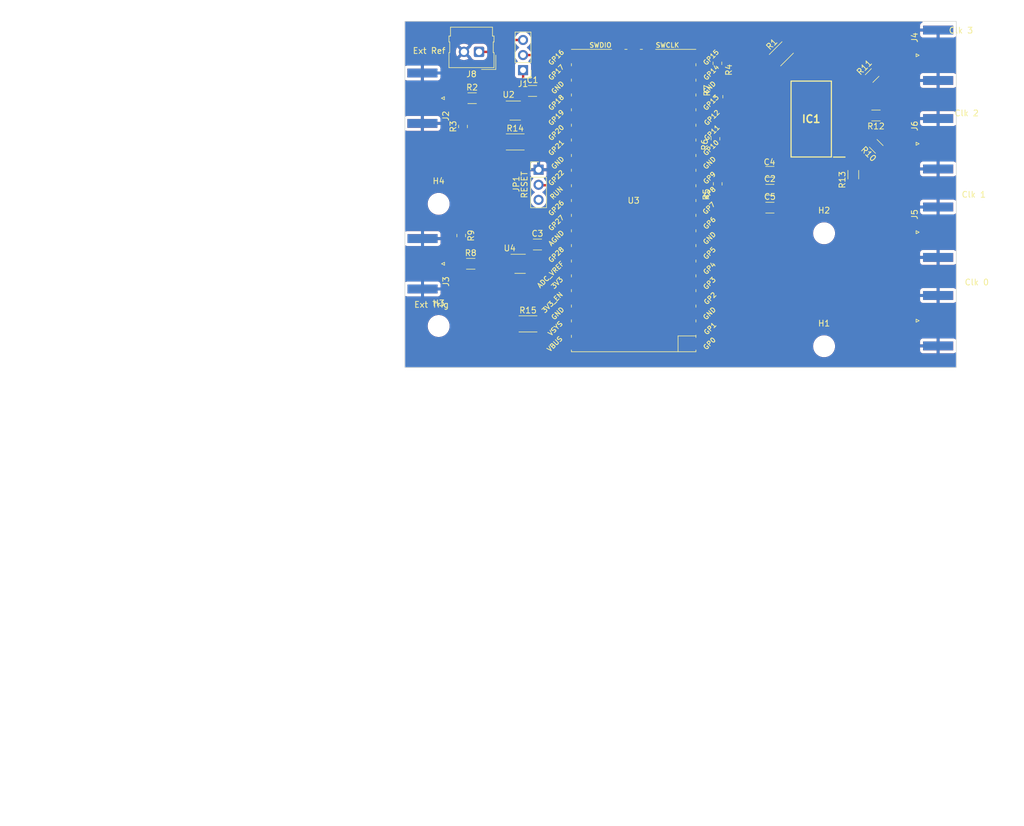
<source format=kicad_pcb>
(kicad_pcb (version 20221018) (generator pcbnew)
  (layers (0 "F.Cu" signal) (31 "B.Cu" signal) (34 "B.Paste" user) (35 "F.Paste" user) (36 "B.SilkS" user "B.Silkscreen") (37 "F.SilkS" user "F.Silkscreen") (38 "B.Mask" user) (39 "F.Mask" user) (44 "Edge.Cuts" user))
  (net 0 "")
  (net 1 "3_3V_Pico")
  (net 2 "GND")
  (net 3 "Net-(IC1-B0)")
  (net 4 "Net-(IC1-B2)")
  (net 5 "Net-(IC1-B4)")
  (net 6 "Net-(IC1-B6)")
  (net 7 "Net-(IC1-A6)")
  (net 8 "Net-(IC1-A4)")
  (net 9 "Net-(IC1-A2)")
  (net 10 "Net-(IC1-A0)")
  (net 11 "Net-(J2-In)")
  (net 12 "Net-(J3-In)")
  (net 13 "PC3")
  (net 14 "PC1")
  (net 15 "PC2")
  (net 16 "PC0")
  (net 18 "Net-(R2-Pad2)")
  (net 19 "Net-(R8-Pad2)")
  (net 21 "Net-(U3-GPIO20)")
  (net 46 "Net-(U3-GPIO0)")
  (net 49 "Net-(JP1-C)")
  (net 51 "Power Supply")
  (net 52 "EXT. PWR")
  (footprint "Connector_Coaxial:SMA_Amphenol_132289_EdgeMount" (layer "F.Cu") (at 176.9752 107.6444)
    (fp_text reference "J7" hide)
    (fp_text value "Pseudoclock 0")
    (pad "1" smd rect (at 0 0 90) (size 1.5 5.08) (layers "F.Cu" "F.Paste" "F.Mask") (net 16 "PC0"))
    (pad "2" smd rect (at 0 -4.25 90) (size 1.5 5.08) (layers "F.Cu" "F.Paste" "F.Mask") (net 2 "GND"))
    (pad "2" smd rect (at 0 -4.25 90) (size 1.5 5.08) (layers "B.Cu" "B.Paste" "B.Mask") (net 2 "GND"))
    (pad "2" smd rect (at 0 4.25 90) (size 1.5 5.08) (layers "F.Cu" "F.Paste" "F.Mask") (net 2 "GND"))
    (pad "2" smd rect (at 0 4.25 90) (size 1.5 5.08) (layers "B.Cu" "B.Paste" "B.Mask") (net 2 "GND"))
  )
  (footprint "Resistor_SMD:R_0805_2012Metric_Pad1.20x1.40mm_HandSolder" (layer "F.Cu") (at 96.5468 93.2888 -90)
    (fp_text reference "R9" (at 0 -1.65 90) (layer "F.SilkS"))
    (fp_text value "47k")
    (pad "1" smd roundrect (at -1 0 270) (size 1.2 1.4) (layers "F.Cu" "F.Paste" "F.Mask") (roundrect_rratio 0.2083333333) (net 2 "GND"))
    (pad "2" smd roundrect (at 1 0 270) (size 1.2 1.4) (layers "F.Cu" "F.Paste" "F.Mask") (roundrect_rratio 0.2083333333) (net 12 "Net-(J3-In)"))
  )
  (footprint "Resistor_SMD:R_2010_5025Metric_Pad1.40x2.65mm_HandSolder" (layer "F.Cu") (at 107.8082 108.1804)
    (fp_text reference "R15" (at 0 -2.28) (layer "F.SilkS"))
    (fp_text value "0")
    (pad "1" smd roundrect (at -2.4 0) (size 1.4 2.65) (layers "F.Cu" "F.Paste" "F.Mask") (roundrect_rratio 0.1785707143) (net 2 "GND"))
    (pad "2" smd roundrect (at 2.4 0) (size 1.4 2.65) (layers "F.Cu" "F.Paste" "F.Mask") (roundrect_rratio 0.1785707143) (net 2 "GND"))
  )
  (footprint "Capacitor_SMD:C_1206_3216Metric_Pad1.33x1.80mm_HandSolder" (layer "F.Cu") (at 148.6017 82.5434)
    (fp_text reference "C4" (at -0.061 -1.65) (layer "F.SilkS"))
    (fp_text value "100n")
    (pad "1" smd roundrect (at -1.5625 0) (size 1.325 1.8) (layers "F.Cu" "F.Paste" "F.Mask") (roundrect_rratio 0.1886792453) (net 2 "GND"))
    (pad "2" smd roundrect (at 1.5625 0) (size 1.325 1.8) (layers "F.Cu" "F.Paste" "F.Mask") (roundrect_rratio 0.1886792453) (net 51 "Power Supply"))
  )
  (footprint "Capacitor_SMD:C_1206_3216Metric_Pad1.33x1.80mm_HandSolder" (layer "F.Cu") (at 148.6017 88.5834)
    (fp_text reference "C5" (at 0 -1.85) (layer "F.SilkS"))
    (fp_text value "10uF")
    (pad "1" smd roundrect (at -1.5625 0) (size 1.325 1.8) (layers "F.Cu" "F.Paste" "F.Mask") (roundrect_rratio 0.1886792453) (net 2 "GND"))
    (pad "2" smd roundrect (at 1.5625 0) (size 1.325 1.8) (layers "F.Cu" "F.Paste" "F.Mask") (roundrect_rratio 0.1886792453) (net 51 "Power Supply"))
  )
  (footprint "Package_TO_SOT_SMD:SOT-23-5_HandSoldering" (layer "F.Cu") (at 106.4768 98.0488)
    (fp_text reference "U4" (at -1.75 -2.63) (layer "F.SilkS"))
    (fp_text value "74LVC1G17")
    (pad "1" smd rect (at -1.35 -0.95) (size 1.56 0.65) (layers "F.Cu" "F.Paste" "F.Mask"))
    (pad "2" smd rect (at -1.35 0) (size 1.56 0.65) (layers "F.Cu" "F.Paste" "F.Mask") (net 19 "Net-(R8-Pad2)"))
    (pad "3" smd rect (at -1.35 0.95) (size 1.56 0.65) (layers "F.Cu" "F.Paste" "F.Mask") (net 2 "GND"))
    (pad "4" smd rect (at 1.35 0.95) (size 1.56 0.65) (layers "F.Cu" "F.Paste" "F.Mask") (net 46 "Net-(U3-GPIO0)"))
    (pad "5" smd rect (at 1.35 -0.95) (size 1.56 0.65) (layers "F.Cu" "F.Paste" "F.Mask") (net 1 "3_3V_Pico"))
  )
  (footprint "Resistor_SMD:R_1206_3216Metric_Pad1.30x1.75mm_HandSolder" (layer "F.Cu") (at 165.842 66.2962 -135)
    (fp_text reference "R11" (at -0.035 1.895 45) (layer "F.SilkS"))
    (fp_text value "49.9")
    (pad "1" smd roundrect (at -1.55 0 225) (size 1.3 1.75) (layers "F.Cu" "F.Paste" "F.Mask") (roundrect_rratio 0.1923076923) (net 13 "PC3"))
    (pad "2" smd roundrect (at 1.55 0 225) (size 1.3 1.75) (layers "F.Cu" "F.Paste" "F.Mask") (roundrect_rratio 0.1923076923) (net 7 "Net-(IC1-A6)"))
  )
  (footprint "Connector_Coaxial:SMA_Amphenol_132289_EdgeMount" (layer "F.Cu") (at 90.02 98.0468 180)
    (fp_text reference "J3" (at -3.96 -3 90) (layer "F.SilkS"))
    (fp_text value "Ext. Trig.")
    (pad "1" smd rect (at 0 0 270) (size 1.5 5.08) (layers "F.Cu" "F.Paste" "F.Mask") (net 12 "Net-(J3-In)"))
    (pad "2" smd rect (at 0 -4.25 270) (size 1.5 5.08) (layers "F.Cu" "F.Paste" "F.Mask") (net 2 "GND"))
    (pad "2" smd rect (at 0 -4.25 270) (size 1.5 5.08) (layers "B.Cu" "B.Paste" "B.Mask") (net 2 "GND"))
    (pad "2" smd rect (at 0 4.25 270) (size 1.5 5.08) (layers "F.Cu" "F.Paste" "F.Mask") (net 2 "GND"))
    (pad "2" smd rect (at 0 4.25 270) (size 1.5 5.08) (layers "B.Cu" "B.Paste" "B.Mask") (net 2 "GND"))
  )
  (footprint "MountingHole:MountingHole_3.2mm_M3_ISO7380" (layer "F.Cu") (at 92.742 87.9412)
    (fp_text reference "H4" (at 0 -3.85) (layer "F.SilkS"))
    (fp_text value "MountingHole")
    (pad "" np_thru_hole circle (at 0 0) (size 3.2 3.2) (drill 3.2) (layers "*.Cu" "*.Mask"))
  )
  (footprint "Resistor_SMD:R_1206_3216Metric_Pad1.30x1.75mm_HandSolder" (layer "F.Cu") (at 98.15055 98.0468)
    (fp_text reference "R8" (at 0 -1.82) (layer "F.SilkS"))
    (fp_text value "500")
    (pad "1" smd roundrect (at -1.55 0) (size 1.3 1.75) (layers "F.Cu" "F.Paste" "F.Mask") (roundrect_rratio 0.1923076923) (net 12 "Net-(J3-In)"))
    (pad "2" smd roundrect (at 1.55 0) (size 1.3 1.75) (layers "F.Cu" "F.Paste" "F.Mask") (roundrect_rratio 0.1923076923) (net 19 "Net-(R8-Pad2)"))
  )
  (footprint "Resistor_SMD:R_2010_5025Metric_Pad1.40x2.65mm_HandSolder" (layer "F.Cu") (at 150.5312 62.6354 45)
    (fp_text reference "R1" (at 0 -2.28 45) (layer "F.SilkS"))
    (fp_text value "0")
    (pad "1" smd roundrect (at -2.4 0 45) (size 1.4 2.65) (layers "F.Cu" "F.Paste" "F.Mask") (roundrect_rratio 0.1785707143) (net 2 "GND"))
    (pad "2" smd roundrect (at 2.4 0 45) (size 1.4 2.65) (layers "F.Cu" "F.Paste" "F.Mask") (roundrect_rratio 0.1785707143) (net 2 "GND"))
  )
  (footprint "Resistor_SMD:R_0805_2012Metric_Pad1.20x1.40mm_HandSolder" (layer "F.Cu") (at 139.752 64.2362 -90)
    (fp_text reference "R4" (at 1.11 -1.93 90) (layer "F.SilkS"))
    (fp_text value "10k")
    (pad "1" smd roundrect (at -1 0 270) (size 1.2 1.4) (layers "F.Cu" "F.Paste" "F.Mask") (roundrect_rratio 0.2083333333) (net 6 "Net-(IC1-B6)"))
    (pad "2" smd roundrect (at 1 0 270) (size 1.2 1.4) (layers "F.Cu" "F.Paste" "F.Mask") (roundrect_rratio 0.2083333333) (net 2 "GND"))
  )
  (footprint "Capacitor_SMD:C_1206_3216Metric_Pad1.33x1.80mm_HandSolder" (layer "F.Cu") (at 148.6017 85.5634)
    (fp_text reference "C2" (at 0 -1.85) (layer "F.SilkS"))
    (fp_text value ".1uF")
    (pad "1" smd roundrect (at -1.5625 0) (size 1.325 1.8) (layers "F.Cu" "F.Paste" "F.Mask") (roundrect_rratio 0.1886792453) (net 2 "GND"))
    (pad "2" smd roundrect (at 1.5625 0) (size 1.325 1.8) (layers "F.Cu" "F.Paste" "F.Mask") (roundrect_rratio 0.1886792453) (net 51 "Power Supply"))
  )
  (footprint "Resistor_SMD:R_0805_2012Metric_Pad1.20x1.40mm_HandSolder" (layer "F.Cu") (at 139.422 76.9562 90)
    (fp_text reference "R6" (at -1 -1.81 90) (layer "F.SilkS"))
    (fp_text value "10k")
    (pad "1" smd roundrect (at -1 0 90) (size 1.2 1.4) (layers "F.Cu" "F.Paste" "F.Mask") (roundrect_rratio 0.2083333333) (net 2 "GND"))
    (pad "2" smd roundrect (at 1 0 90) (size 1.2 1.4) (layers "F.Cu" "F.Paste" "F.Mask") (roundrect_rratio 0.2083333333) (net 4 "Net-(IC1-B2)"))
  )
  (footprint "Connector_Coaxial:SMA_Amphenol_132289_EdgeMount" (layer "F.Cu") (at 176.9752 77.8044)
    (fp_text reference "J6" (at -3.96 -3 90) (layer "F.SilkS"))
    (fp_text value "Pseudoclock 2")
    (pad "1" smd rect (at 0 0 90) (size 1.5 5.08) (layers "F.Cu" "F.Paste" "F.Mask") (net 15 "PC2"))
    (pad "2" smd rect (at 0 -4.25 90) (size 1.5 5.08) (layers "F.Cu" "F.Paste" "F.Mask") (net 2 "GND"))
    (pad "2" smd rect (at 0 -4.25 90) (size 1.5 5.08) (layers "B.Cu" "B.Paste" "B.Mask") (net 2 "GND"))
    (pad "2" smd rect (at 0 4.25 90) (size 1.5 5.08) (layers "F.Cu" "F.Paste" "F.Mask") (net 2 "GND"))
    (pad "2" smd rect (at 0 4.25 90) (size 1.5 5.08) (layers "B.Cu" "B.Paste" "B.Mask") (net 2 "GND"))
  )
  (footprint "Resistor_SMD:R_1206_3216Metric_Pad1.30x1.75mm_HandSolder" (layer "F.Cu") (at 166.492 73.0362 180)
    (fp_text reference "R12" (at 0 -1.82) (layer "F.SilkS"))
    (fp_text value "49.9")
    (pad "1" smd roundrect (at -1.55 0 180) (size 1.3 1.75) (layers "F.Cu" "F.Paste" "F.Mask") (roundrect_rratio 0.1923076923) (net 15 "PC2"))
    (pad "2" smd roundrect (at 1.55 0 180) (size 1.3 1.75) (layers "F.Cu" "F.Paste" "F.Mask") (roundrect_rratio 0.1923076923) (net 8 "Net-(IC1-A4)"))
  )
  (footprint "Connector_Coaxial:SMA_Amphenol_132289_EdgeMount" (layer "F.Cu") (at 176.9752 62.8844)
    (fp_text reference "J4" (at -3.96 -3 90) (layer "F.SilkS"))
    (fp_text value "Pseudoclock 3")
    (pad "1" smd rect (at 0 0 90) (size 1.5 5.08) (layers "F.Cu" "F.Paste" "F.Mask") (net 13 "PC3"))
    (pad "2" smd rect (at 0 -4.25 90) (size 1.5 5.08) (layers "F.Cu" "F.Paste" "F.Mask") (net 2 "GND"))
    (pad "2" smd rect (at 0 -4.25 90) (size 1.5 5.08) (layers "B.Cu" "B.Paste" "B.Mask") (net 2 "GND"))
    (pad "2" smd rect (at 0 4.25 90) (size 1.5 5.08) (layers "F.Cu" "F.Paste" "F.Mask") (net 2 "GND"))
    (pad "2" smd rect (at 0 4.25 90) (size 1.5 5.08) (layers "B.Cu" "B.Paste" "B.Mask") (net 2 "GND"))
  )
  (footprint "Capacitor_SMD:C_1206_3216Metric_Pad1.33x1.80mm_HandSolder" (layer "F.Cu") (at 109.4022 94.7994)
    (fp_text reference "C3" (at 0 -1.85) (layer "F.SilkS"))
    (fp_text value "100n")
    (pad "1" smd roundrect (at -1.5625 0) (size 1.325 1.8) (layers "F.Cu" "F.Paste" "F.Mask") (roundrect_rratio 0.1886792453) (net 1 "3_3V_Pico"))
    (pad "2" smd roundrect (at 1.5625 0) (size 1.325 1.8) (layers "F.Cu" "F.Paste" "F.Mask") (roundrect_rratio 0.1886792453) (net 2 "GND"))
  )
  (footprint "Connector_PinHeader_2.54mm:PinHeader_1x03_P2.54mm_Vertical" (layer "F.Cu") (at 106.9702 65.3854 180)
    (fp_text reference "J1" (at 0 -2.33) (layer "F.SilkS"))
    (fp_text value "PWR SEL")
    (pad "1" thru_hole rect (at 0 0 180) (size 1.7 1.7) (drill 1) (layers "*.Cu" "*.Mask") (net 1 "3_3V_Pico"))
    (pad "2" thru_hole oval (at 0 2.54 180) (size 1.7 1.7) (drill 1) (layers "*.Cu" "*.Mask") (net 51 "Power Supply"))
    (pad "3" thru_hole oval (at 0 5.08 180) (size 1.7 1.7) (drill 1) (layers "*.Cu" "*.Mask") (net 52 "EXT. PWR"))
  )
  (footprint "MountingHole:MountingHole_3.2mm_M3_ISO7380" (layer "F.Cu") (at 157.742 111.9522)
    (fp_text reference "H1" (at 0 -3.85) (layer "F.SilkS"))
    (fp_text value "MountingHole")
    (pad "" np_thru_hole circle (at 0 0) (size 3.2 3.2) (drill 3.2) (layers "*.Cu" "*.Mask"))
  )
  (footprint "Connector_Coaxial:SMA_Amphenol_132289_EdgeMount" (layer "F.Cu") (at 89.9993 70.1228 180)
    (fp_text reference "J2" (at -3.96 -3 90) (layer "F.SilkS"))
    (fp_text value "Ext. Clock")
    (pad "1" smd rect (at 0 0 270) (size 1.5 5.08) (layers "F.Cu" "F.Paste" "F.Mask") (net 11 "Net-(J2-In)"))
    (pad "2" smd rect (at 0 -4.25 270) (size 1.5 5.08) (layers "F.Cu" "F.Paste" "F.Mask") (net 2 "GND"))
    (pad "2" smd rect (at 0 -4.25 270) (size 1.5 5.08) (layers "B.Cu" "B.Paste" "B.Mask") (net 2 "GND"))
    (pad "2" smd rect (at 0 4.25 270) (size 1.5 5.08) (layers "F.Cu" "F.Paste" "F.Mask") (net 2 "GND"))
    (pad "2" smd rect (at 0 4.25 270) (size 1.5 5.08) (layers "B.Cu" "B.Paste" "B.Mask") (net 2 "GND"))
  )
  (footprint "Resistor_SMD:R_0805_2012Metric_Pad1.20x1.40mm_HandSolder" (layer "F.Cu") (at 139.802 84.5662 90)
    (fp_text reference "R5" (at -1.78 -1.93 90) (layer "F.SilkS"))
    (fp_text value "10k")
    (pad "1" smd roundrect (at -1 0 90) (size 1.2 1.4) (layers "F.Cu" "F.Paste" "F.Mask") (roundrect_rratio 0.2083333333) (net 2 "GND"))
    (pad "2" smd roundrect (at 1 0 90) (size 1.2 1.4) (layers "F.Cu" "F.Paste" "F.Mask") (roundrect_rratio 0.2083333333) (net 3 "Net-(IC1-B0)"))
  )
  (footprint "MountingHole:MountingHole_3.2mm_M3_ISO7380" (layer "F.Cu") (at 157.742 92.9022)
    (fp_text reference "H2" (at 0 -3.85) (layer "F.SilkS"))
    (fp_text value "MountingHole")
    (pad "" np_thru_hole circle (at 0 0) (size 3.2 3.2) (drill 3.2) (layers "*.Cu" "*.Mask"))
  )
  (footprint "Resistor_SMD:R_0805_2012Metric_Pad1.20x1.40mm_HandSolder" (layer "F.Cu") (at 139.932 69.8662 90)
    (fp_text reference "R7" (at 1.04 -1.92 90) (layer "F.SilkS"))
    (fp_text value "10k")
    (pad "1" smd roundrect (at -1 0 90) (size 1.2 1.4) (layers "F.Cu" "F.Paste" "F.Mask") (roundrect_rratio 0.2083333333) (net 5 "Net-(IC1-B4)"))
    (pad "2" smd roundrect (at 1 0 90) (size 1.2 1.4) (layers "F.Cu" "F.Paste" "F.Mask") (roundrect_rratio 0.2083333333) (net 2 "GND"))
  )
  (footprint "Package_TO_SOT_SMD:SOT-23-5_HandSoldering" (layer "F.Cu") (at 105.6562 72.2104)
    (fp_text reference "U2" (at -1.1176 -2.6924) (layer "F.SilkS"))
    (fp_text value "74LVC1G34")
    (pad "1" smd rect (at -1.35 -0.95) (size 1.56 0.65) (layers "F.Cu" "F.Paste" "F.Mask"))
    (pad "2" smd rect (at -1.35 0) (size 1.56 0.65) (layers "F.Cu" "F.Paste" "F.Mask") (net 18 "Net-(R2-Pad2)"))
    (pad "3" smd rect (at -1.35 0.95) (size 1.56 0.65) (layers "F.Cu" "F.Paste" "F.Mask") (net 2 "GND"))
    (pad "4" smd rect (at 1.35 0.95) (size 1.56 0.65) (layers "F.Cu" "F.Paste" "F.Mask") (net 21 "Net-(U3-GPIO20)"))
    (pad "5" smd rect (at 1.35 -0.95) (size 1.56 0.65) (layers "F.Cu" "F.Paste" "F.Mask") (net 1 "3_3V_Pico"))
  )
  (footprint "Resistor_SMD:R_1206_3216Metric_Pad1.30x1.75mm_HandSolder" (layer "F.Cu") (at 162.672 83.0162 90)
    (fp_text reference "R13" (at -0.87 -1.86 90) (layer "F.SilkS"))
    (fp_text value "49.9")
    (pad "1" smd roundrect (at -1.55 0 90) (size 1.3 1.75) (layers "F.Cu" "F.Paste" "F.Mask") (roundrect_rratio 0.1923076923) (net 16 "PC0"))
    (pad "2" smd roundrect (at 1.55 0 90) (size 1.3 1.75) (layers "F.Cu" "F.Paste" "F.Mask") (roundrect_rratio 0.1923076923) (net 10 "Net-(IC1-A0)"))
  )
  (footprint "MCU_RaspberryPi_and_Boards:RPi_Pico_SMD" (layer "F.Cu") (at 125.6246 87.3808 180)
    (fp_text reference "U3" (at 0 0) (layer "F.SilkS"))
    (fp_text value "Pico")
    (fp_text user "VBUS" (at 13.3 -24.2 45) (layer "F.SilkS") (effects (font (size 0.8 0.8))))
    (fp_text user "ADC_VREF" (at 14 -12.5 45) (layer "F.SilkS") (effects (font (size 0.8 0.8))))
    (fp_text user "GND" (at 12.8 6.35 45) (layer "F.SilkS") (effects (font (size 0.8 0.8))))
    (fp_text user "GP20" (at 13.054 11.43 45) (layer "F.SilkS") (effects (font (size 0.8 0.8))))
    (fp_text user "GP14" (at -13.1 21.59 45) (layer "F.SilkS") (effects (font (size 0.8 0.8))))
    (fp_text user "GP16" (at 13.054 24.13 45) (layer "F.SilkS") (effects (font (size 0.8 0.8))))
    (fp_text user "GP26" (at 13.054 -1.27 45) (layer "F.SilkS") (effects (font (size 0.8 0.8))))
    (fp_text user "AGND" (at 13.054 -6.35 45) (layer "F.SilkS") (effects (font (size 0.8 0.8))))
    (fp_text user "GP11" (at -13.2 11.43 45) (layer "F.SilkS") (effects (font (size 0.8 0.8))))
    (fp_text user "VSYS" (at 13.2 -21.59 45) (layer "F.SilkS") (effects (font (size 0.8 0.8))))
    (fp_text user "GND" (at 12.8 19.05 45) (layer "F.SilkS") (effects (font (size 0.8 0.8))))
    (fp_text user "GP12" (at -13.2 13.97 45) (layer "F.SilkS") (effects (font (size 0.8 0.8))))
    (fp_text user "GP28" (at 13.054 -9.144 45) (layer "F.SilkS") (effects (font (size 0.8 0.8))))
    (fp_text user "3V3" (at 12.9 -13.9 45) (layer "F.SilkS") (effects (font (size 0.8 0.8))))
    (fp_text user "GP3" (at -12.8 -13.97 45) (layer "F.SilkS") (effects (font (size 0.8 0.8))))
    (fp_text user "GP13" (at -13.054 16.51 45) (layer "F.SilkS") (effects (font (size 0.8 0.8))))
    (fp_text user "GND" (at 12.8 -19.05 45) (layer "F.SilkS") (effects (font (size 0.8 0.8))))
    (fp_text user "GND" (at -12.8 -6.35 45) (layer "F.SilkS") (effects (font (size 0.8 0.8))))
    (fp_text user "GP22" (at 13.054 3.81 45) (layer "F.SilkS") (effects (font (size 0.8 0.8))))
    (fp_text user "RUN" (at 13 1.27 45) (layer "F.SilkS") (effects (font (size 0.8 0.8))))
    (fp_text user "3V3_EN" (at 13.7 -17.2 45) (layer "F.SilkS") (effects (font (size 0.8 0.8))))
    (fp_text user "GP17" (at 13.054 21.59 45) (layer "F.SilkS") (effects (font (size 0.8 0.8))))
    (fp_text user "GP1" (at -12.9 -21.6 45) (layer "F.SilkS") (effects (font (size 0.8 0.8))))
    (fp_text user "GP6" (at -12.8 -3.81 45) (layer "F.SilkS") (effects (font (size 0.8 0.8))))
    (fp_text user "GP21" (at 13.054 8.9 45) (layer "F.SilkS") (effects (font (size 0.8 0.8))))
    (fp_text user "GND" (at -12.8 19.05 45) (layer "F.SilkS") (effects (font (size 0.8 0.8))))
    (fp_text user "GP19" (at 13.054 13.97 45) (layer "F.SilkS") (effects (font (size 0.8 0.8))))
    (fp_text user "GP0" (at -12.8 -24.13 45) (layer "F.SilkS") (effects (font (size 0.8 0.8))))
    (fp_text user "GND" (at -12.8 6.35 45) (layer "F.SilkS") (effects (font (size 0.8 0.8))))
    (fp_text user "GP9" (at -12.8 3.81 45) (layer "F.SilkS") (effects (font (size 0.8 0.8))))
    (fp_text user "SWCLK" (at -5.7 26.2) (layer "F.SilkS") (effects (font (size 0.8 0.8))))
    (fp_text user "GP4" (at -12.8 -11.43 45) (layer "F.SilkS") (effects (font (size 0.8 0.8))))
    (fp_text user "GP7" (at -12.7 -1.3 45) (layer "F.SilkS") (effects (font (size 0.8 0.8))))
    (fp_text user "GP8" (at -12.8 1.27 45) (layer "F.SilkS") (effects (font (size 0.8 0.8))))
    (fp_text user "GP27" (at 13.054 -3.8 45) (layer "F.SilkS") (effects (font (size 0.8 0.8))))
    (fp_text user "SWDIO" (at 5.6 26.2) (layer "F.SilkS") (effects (font (size 0.8 0.8))))
    (fp_text user "GP2" (at -12.9 -16.51 45) (layer "F.SilkS") (effects (font (size 0.8 0.8))))
    (fp_text user "GP10" (at -13.054 8.89 45) (layer "F.SilkS") (effects (font (size 0.8 0.8))))
    (fp_text user "GP5" (at -12.8 -8.89 45) (layer "F.SilkS") (effects (font (size 0.8 0.8))))
    (fp_text user "GP18" (at 13.054 16.51 45) (layer "F.SilkS") (effects (font (size 0.8 0.8))))
    (fp_text user "GND" (at -12.8 -19.05 45) (layer "F.SilkS") (effects (font (size 0.8 0.8))))
    (fp_text user "GP15" (at -13.054 24.13 45) (layer "F.SilkS") (effects (font (size 0.8 0.8))))
    (pad "1" smd rect (at -8.89 -24.13 180) (size 3.5 1.7) (drill (offset -0.9 0)) (layers "F.Cu" "F.Mask") (net 46 "Net-(U3-GPIO0)"))
    (pad "2" smd rect (at -8.89 -21.59 180) (size 3.5 1.7) (drill (offset -0.9 0)) (layers "F.Cu" "F.Mask"))
    (pad "3" smd rect (at -8.89 -19.05 180) (size 3.5 1.7) (drill (offset -0.9 0)) (layers "F.Cu" "F.Mask") (net 2 "GND"))
    (pad "4" smd rect (at -8.89 -16.51 180) (size 3.5 1.7) (drill (offset -0.9 0)) (layers "F.Cu" "F.Mask"))
    (pad "5" smd rect (at -8.89 -13.97 180) (size 3.5 1.7) (drill (offset -0.9 0)) (layers "F.Cu" "F.Mask"))
    (pad "6" smd rect (at -8.89 -11.43 180) (size 3.5 1.7) (drill (offset -0.9 0)) (layers "F.Cu" "F.Mask"))
    (pad "7" smd rect (at -8.89 -8.89 180) (size 3.5 1.7) (drill (offset -0.9 0)) (layers "F.Cu" "F.Mask"))
    (pad "8" smd rect (at -8.89 -6.35 180) (size 3.5 1.7) (drill (offset -0.9 0)) (layers "F.Cu" "F.Mask") (net 2 "GND"))
    (pad "9" smd rect (at -8.89 -3.81 180) (size 3.5 1.7) (drill (offset -0.9 0)) (layers "F.Cu" "F.Mask"))
    (pad "10" smd rect (at -8.89 -1.27 180) (size 3.5 1.7) (drill (offset -0.9 0)) (layers "F.Cu" "F.Mask"))
    (pad "11" smd rect (at -8.89 1.27 180) (size 3.5 1.7) (drill (offset -0.9 0)) (layers "F.Cu" "F.Mask"))
    (pad "12" smd rect (at -8.89 3.81 180) (size 3.5 1.7) (drill (offset -0.9 0)) (layers "F.Cu" "F.Mask") (net 3 "Net-(IC1-B0)"))
    (pad "13" smd rect (at -8.89 6.35 180) (size 3.5 1.7) (drill (offset -0.9 0)) (layers "F.Cu" "F.Mask") (net 2 "GND"))
    (pad "14" smd rect (at -8.89 8.89 180) (size 3.5 1.7) (drill (offset -0.9 0)) (layers "F.Cu" "F.Mask"))
    (pad "15" smd rect (at -8.89 11.43 180) (size 3.5 1.7) (drill (offset -0.9 0)) (layers "F.Cu" "F.Mask") (net 4 "Net-(IC1-B2)"))
    (pad "16" smd rect (at -8.89 13.97 180) (size 3.5 1.7) (drill (offset -0.9 0)) (layers "F.Cu" "F.Mask"))
    (pad "17" smd rect (at -8.89 16.51 180) (size 3.5 1.7) (drill (offset -0.9 0)) (layers "F.Cu" "F.Mask") (net 5 "Net-(IC1-B4)"))
    (pad "18" smd rect (at -8.89 19.05 180) (size 3.5 1.7) (drill (offset -0.9 0)) (layers "F.Cu" "F.Mask") (net 2 "GND"))
    (pad "19" smd rect (at -8.89 21.59 180) (size 3.5 1.7) (drill (offset -0.9 0)) (layers "F.Cu" "F.Mask"))
    (pad "20" smd rect (at -8.89 24.13 180) (size 3.5 1.7) (drill (offset -0.9 0)) (layers "F.Cu" "F.Mask") (net 6 "Net-(IC1-B6)"))
    (pad "21" smd rect (at 8.89 24.13 180) (size 3.5 1.7) (drill (offset 0.9 0)) (layers "F.Cu" "F.Mask"))
    (pad "22" smd rect (at 8.89 21.59 180) (size 3.5 1.7) (drill (offset 0.9 0)) (layers "F.Cu" "F.Mask"))
    (pad "23" smd rect (at 8.89 19.05 180) (size 3.5 1.7) (drill (offset 0.9 0)) (layers "F.Cu" "F.Mask") (net 2 "GND"))
    (pad "24" smd rect (at 8.89 16.51 180) (size 3.5 1.7) (drill (offset 0.9 0)) (layers "F.Cu" "F.Mask"))
    (pad "25" smd rect (at 8.89 13.97 180) (size 3.5 1.7) (drill (offset 0.9 0)) (layers "F.Cu" "F.Mask"))
    (pad "26" smd rect (at 8.89 11.43 180) (size 3.5 1.7) (drill (offset 0.9 0)) (layers "F.Cu" "F.Mask") (net 21 "Net-(U3-GPIO20)"))
    (pad "27" smd rect (at 8.89 8.89 180) (size 3.5 1.7) (drill (offset 0.9 0)) (layers "F.Cu" "F.Mask"))
    (pad "28" smd rect (at 8.89 6.35 180) (size 3.5 1.7) (drill (offset 0.9 0)) (layers "F.Cu" "F.Mask") (net 2 "GND"))
    (pad "29" smd rect (at 8.89 3.81 180) (size 3.5 1.7) (drill (offset 0.9 0)) (layers "F.Cu" "F.Mask"))
    (pad "30" smd rect (at 8.89 1.27 180) (size 3.5 1.7) (drill (offset 0.9 0)) (layers "F.Cu" "F.Mask") (net 49 "Net-(JP1-C)"))
    (pad "31" smd rect (at 8.89 -1.27 180) (size 3.5 1.7) (drill (offset 0.9 0)) (layers "F.Cu" "F.Mask"))
    (pad "32" smd rect (at 8.89 -3.81 180) (size 3.5 1.7) (drill (offset 0.9 0)) (layers "F.Cu" "F.Mask"))
    (pad "33" smd rect (at 8.89 -6.35 180) (size 3.5 1.7) (drill (offset 0.9 0)) (layers "F.Cu" "F.Mask") (net 2 "GND"))
    (pad "34" smd rect (at 8.89 -8.89 180) (size 3.5 1.7) (drill (offset 0.9 0)) (layers "F.Cu" "F.Mask"))
    (pad "35" smd rect (at 8.89 -11.43 180) (size 3.5 1.7) (drill (offset 0.9 0)) (layers "F.Cu" "F.Mask"))
    (pad "36" smd rect (at 8.89 -13.97 180) (size 3.5 1.7) (drill (offset 0.9 0)) (layers "F.Cu" "F.Mask") (net 1 "3_3V_Pico"))
    (pad "37" smd rect (at 8.89 -16.51 180) (size 3.5 1.7) (drill (offset 0.9 0)) (layers "F.Cu" "F.Mask"))
    (pad "38" smd rect (at 8.89 -19.05 180) (size 3.5 1.7) (drill (offset 0.9 0)) (layers "F.Cu" "F.Mask") (net 2 "GND"))
    (pad "39" smd rect (at 8.89 -21.59 180) (size 3.5 1.7) (drill (offset 0.9 0)) (layers "F.Cu" "F.Mask"))
    (pad "40" smd rect (at 8.89 -24.13 180) (size 3.5 1.7) (drill (offset 0.9 0)) (layers "F.Cu" "F.Mask"))
    (pad "41" smd rect (at -2.54 23.9 270) (size 3.5 1.7) (drill (offset -0.9 0)) (layers "F.Cu" "F.Mask"))
    (pad "42" smd rect (at 0 23.9 270) (size 3.5 1.7) (drill (offset -0.9 0)) (layers "F.Cu" "F.Mask") (net 2 "GND"))
    (pad "43" smd rect (at 2.54 23.9 270) (size 3.5 1.7) (drill (offset -0.9 0)) (layers "F.Cu" "F.Mask"))
  )
  (footprint "Resistor_SMD:R_1206_3216Metric_Pad1.30x1.75mm_HandSolder" (layer "F.Cu") (at 166.542 78.2462 135)
    (fp_text reference "R10" (at 0 -1.82 135) (layer "F.SilkS"))
    (fp_text value "49.9")
    (pad "1" smd roundrect (at -1.55 0 135) (size 1.3 1.75) (layers "F.Cu" "F.Paste" "F.Mask") (roundrect_rratio 0.1923076923) (net 14 "PC1"))
    (pad "2" smd roundrect (at 1.55 0 135) (size 1.3 1.75) (layers "F.Cu" "F.Paste" "F.Mask") (roundrect_rratio 0.1923076923) (net 9 "Net-(IC1-A2)"))
  )
  (footprint "Connector_Molex:Molex_SL_171971-0002_1x02_P2.54mm_Vertical" (layer "F.Cu") (at 99.5482 62.3094 180)
    (fp_text reference "J8" (at 1.27 -3.75) (layer "F.SilkS"))
    (fp_text value "EXT PWR")
    (pad "1" thru_hole roundrect (at 0 0 180) (size 1.74 1.74) (drill 1.09) (layers "*.Cu" "*.Mask") (roundrect_rratio 0.1436781609) (net 52 "EXT. PWR"))
    (pad "2" thru_hole circle (at 2.54 0 180) (size 1.74 1.74) (drill 1.09) (layers "*.Cu" "*.Mask") (net 2 "GND"))
  )
  (footprint "Connector_Coaxial:SMA_Amphenol_132289_EdgeMount" (layer "F.Cu") (at 176.9752 92.7244)
    (fp_text reference "J5" (at -3.96 -3 90) (layer "F.SilkS"))
    (fp_text value "Pseudoclock 1")
    (pad "1" smd rect (at 0 0 90) (size 1.5 5.08) (layers "F.Cu" "F.Paste" "F.Mask") (net 14 "PC1"))
    (pad "2" smd rect (at 0 -4.25 90) (size 1.5 5.08) (layers "F.Cu" "F.Paste" "F.Mask") (net 2 "GND"))
    (pad "2" smd rect (at 0 -4.25 90) (size 1.5 5.08) (layers "B.Cu" "B.Paste" "B.Mask") (net 2 "GND"))
    (pad "2" smd rect (at 0 4.25 90) (size 1.5 5.08) (layers "F.Cu" "F.Paste" "F.Mask") (net 2 "GND"))
    (pad "2" smd rect (at 0 4.25 90) (size 1.5 5.08) (layers "B.Cu" "B.Paste" "B.Mask") (net 2 "GND"))
  )
  (footprint "Resistor_SMD:R_1206_3216Metric_Pad1.30x1.75mm_HandSolder" (layer "F.Cu") (at 98.3868 70.1228)
    (fp_text reference "R2" (at 0 -1.82) (layer "F.SilkS"))
    (fp_text value "500")
    (pad "1" smd roundrect (at -1.55 0) (size 1.3 1.75) (layers "F.Cu" "F.Paste" "F.Mask") (roundrect_rratio 0.1923076923) (net 11 "Net-(J2-In)"))
    (pad "2" smd roundrect (at 1.55 0) (size 1.3 1.75) (layers "F.Cu" "F.Paste" "F.Mask") (roundrect_rratio 0.1923076923) (net 18 "Net-(R2-Pad2)"))
  )
  (footprint "MountingHole:MountingHole_3.2mm_M3_ISO7380" (layer "F.Cu") (at 92.742 108.5412)
    (fp_text reference "H3" (at 0 -3.85) (layer "F.SilkS"))
    (fp_text value "MountingHole")
    (pad "" np_thru_hole circle (at 0 0) (size 3.2 3.2) (drill 3.2) (layers "*.Cu" "*.Mask"))
  )
  (footprint "Resistor_SMD:R_0805_2012Metric_Pad1.20x1.40mm_HandSolder" (layer "F.Cu") (at 96.8468 74.8888 90)
    (fp_text reference "R3" (at 0 -1.65 90) (layer "F.SilkS"))
    (fp_text value "47k")
    (pad "1" smd roundrect (at -1 0 90) (size 1.2 1.4) (layers "F.Cu" "F.Paste" "F.Mask") (roundrect_rratio 0.2083333333) (net 2 "GND"))
    (pad "2" smd roundrect (at 1 0 90) (size 1.2 1.4) (layers "F.Cu" "F.Paste" "F.Mask") (roundrect_rratio 0.2083333333) (net 11 "Net-(J2-In)"))
  )
  (footprint "Capacitor_SMD:C_1206_3216Metric_Pad1.33x1.80mm_HandSolder" (layer "F.Cu") (at 108.5732 68.9004)
    (fp_text reference "C1" (at 0 -1.85) (layer "F.SilkS"))
    (fp_text value "100n")
    (pad "1" smd roundrect (at -1.5625 0) (size 1.325 1.8) (layers "F.Cu" "F.Paste" "F.Mask") (roundrect_rratio 0.1886792453) (net 1 "3_3V_Pico"))
    (pad "2" smd roundrect (at 1.5625 0) (size 1.325 1.8) (layers "F.Cu" "F.Paste" "F.Mask") (roundrect_rratio 0.1886792453) (net 2 "GND"))
  )
  (footprint "Resistor_SMD:R_2010_5025Metric_Pad1.40x2.65mm_HandSolder" (layer "F.Cu") (at 105.6522 77.4954)
    (fp_text reference "R14" (at 0 -2.28) (layer "F.SilkS"))
    (fp_text value "0")
    (pad "1" smd roundrect (at -2.4 0) (size 1.4 2.65) (layers "F.Cu" "F.Paste" "F.Mask") (roundrect_rratio 0.1785707143) (net 2 "GND"))
    (pad "2" smd roundrect (at 2.4 0) (size 1.4 2.65) (layers "F.Cu" "F.Paste" "F.Mask") (roundrect_rratio 0.1785707143) (net 2 "GND"))
  )
  (footprint "ICs:SOIC127P1032X265-20N" (layer "F.Cu") (at 155.572 73.6362 180)
    (fp_text reference "IC1" (at 0 0) (layer "F.SilkS") (effects (font (size 1.27 1.27) (thickness 0.254))))
    (fp_text value "74LVT245D,118" hide)
    (pad "1" smd rect (at -4.725 -5.715 270) (size 0.7 1.95) (layers "F.Cu" "F.Paste" "F.Mask") (net 2 "GND"))
    (pad "2" smd rect (at -4.725 -4.445 270) (size 0.7 1.95) (layers "F.Cu" "F.Paste" "F.Mask") (net 10 "Net-(IC1-A0)"))
    (pad "3" smd rect (at -4.725 -3.175 270) (size 0.7 1.95) (layers "F.Cu" "F.Paste" "F.Mask") (net 10 "Net-(IC1-A0)"))
    (pad "4" smd rect (at -4.725 -1.905 270) (size 0.7 1.95) (layers "F.Cu" "F.Paste" "F.Mask") (net 9 "Net-(IC1-A2)"))
    (pad "5" smd rect (at -4.725 -0.635 270) (size 0.7 1.95) (layers "F.Cu" "F.Paste" "F.Mask") (net 9 "Net-(IC1-A2)"))
    (pad "6" smd rect (at -4.725 0.635 270) (size 0.7 1.95) (layers "F.Cu" "F.Paste" "F.Mask") (net 8 "Net-(IC1-A4)"))
    (pad "7" smd rect (at -4.725 1.905 270) (size 0.7 1.95) (layers "F.Cu" "F.Paste" "F.Mask") (net 8 "Net-(IC1-A4)"))
    (pad "8" smd rect (at -4.725 3.175 270) (size 0.7 1.95) (layers "F.Cu" "F.Paste" "F.Mask") (net 7 "Net-(IC1-A6)"))
    (pad "9" smd rect (at -4.725 4.445 270) (size 0.7 1.95) (layers "F.Cu" "F.Paste" "F.Mask") (net 7 "Net-(IC1-A6)"))
    (pad "10" smd rect (at -4.725 5.715 270) (size 0.7 1.95) (layers "F.Cu" "F.Paste" "F.Mask") (net 2 "GND"))
    (pad "11" smd rect (at 4.725 5.715 270) (size 0.7 1.95) (layers "F.Cu" "F.Paste" "F.Mask") (net 6 "Net-(IC1-B6)"))
    (pad "12" smd rect (at 4.725 4.445 270) (size 0.7 1.95) (layers "F.Cu" "F.Paste" "F.Mask") (net 6 "Net-(IC1-B6)"))
    (pad "13" smd rect (at 4.725 3.175 270) (size 0.7 1.95) (layers "F.Cu" "F.Paste" "F.Mask") (net 5 "Net-(IC1-B4)"))
    (pad "14" smd rect (at 4.725 1.905 270) (size 0.7 1.95) (layers "F.Cu" "F.Paste" "F.Mask") (net 5 "Net-(IC1-B4)"))
    (pad "15" smd rect (at 4.725 0.635 270) (size 0.7 1.95) (layers "F.Cu" "F.Paste" "F.Mask") (net 4 "Net-(IC1-B2)"))
    (pad "16" smd rect (at 4.725 -0.635 270) (size 0.7 1.95) (layers "F.Cu" "F.Paste" "F.Mask") (net 4 "Net-(IC1-B2)"))
    (pad "17" smd rect (at 4.725 -1.905 270) (size 0.7 1.95) (layers "F.Cu" "F.Paste" "F.Mask") (net 3 "Net-(IC1-B0)"))
    (pad "18" smd rect (at 4.725 -3.175 270) (size 0.7 1.95) (layers "F.Cu" "F.Paste" "F.Mask") (net 3 "Net-(IC1-B0)"))
    (pad "19" smd rect (at 4.725 -4.445 270) (size 0.7 1.95) (layers "F.Cu" "F.Paste" "F.Mask") (net 2 "GND"))
    (pad "20" smd rect (at 4.725 -5.715 270) (size 0.7 1.95) (layers "F.Cu" "F.Paste" "F.Mask") (net 51 "Power Supply"))
  )
  (footprint "Connector_PinHeader_2.54mm:PinHeader_1x03_P2.54mm_Vertical" (layer "F.Cu") (at 109.5912 82.1834)
    (fp_text reference "JP1" (at -3.7592 2.413 90) (layer "F.SilkS"))
    (fp_text value "RESET" (at -2.3876 2.54 90) (layer "F.SilkS"))
    (pad "1" thru_hole rect (at 0 0) (size 1.7 1.7) (drill 1) (layers "*.Cu" "*.Mask") (net 2 "GND"))
    (pad "2" thru_hole oval (at 0 2.54) (size 1.7 1.7) (drill 1) (layers "*.Cu" "*.Mask") (net 49 "Net-(JP1-C)"))
    (pad "3" thru_hole oval (at 0 5.08) (size 1.7 1.7) (drill 1) (layers "*.Cu" "*.Mask"))
  )
  (gr_rect (start 87.042 57.1638) (end 180.042 115.5332) (stroke (width 0.1)) (fill none) (layer "Edge.Cuts"))
  (gr_text "Ext Ref" (at 91.1368 62.1228) (layer "F.SilkS") (effects (font (size 1 1))))
  (gr_text "Clk 3" (at 180.8268 58.6988) (layer "F.SilkS") (effects (font (size 1 1))))
  (gr_text "Clk 0" (at 183.4968 101.1688) (layer "F.SilkS") (effects (font (size 1 1))))
  (gr_text "Ext Trig" (at 91.54055 104.9368) (layer "F.SilkS") (effects (font (size 1 1))))
  (gr_text "Clk 1" (at 182.9868 86.3788) (layer "F.SilkS") (effects (font (size 1 1))))
  (gr_text "Clk 2" (at 181.7768 72.6488) (layer "F.SilkS") (effects (font (size 1 1))))
  (segment (start 106.9848 71.239) (end 106.9848 69.1424) (width 0.4) (layer "F.Cu") (net 1))
  (segment (start 106.1022 71.2604) (end 107.0062 71.2604) (width 0.4) (layer "F.Cu") (net 1))
  (segment (start 105.6262 91.1744) (end 105.6262 71.7364) (width 0.4) (layer "F.Cu") (net 1))
  (segment (start 106.9848 65.4) (end 106.9702 65.3854) (width 0.4) (layer "F.Cu") (net 1))
  (segment (start 106.9848 68.3834) (end 106.992 68.3762) (width 0.4) (layer "F.Cu") (net 1))
  (segment (start 105.6262 71.7364) (end 106.1022 71.2604) (width 0.4) (layer "F.Cu") (net 1))
  (segment (start 109.2822 97.0988) (end 107.8268 97.0988) (width 0.4) (layer "F.Cu") (net 1))
  (segment (start 116.7346 101.3508) (end 113.5342 101.3508) (width 0.4) (layer "F.Cu") (net 1))
  (segment (start 106.9848 67.5354) (end 106.9848 65.4) (width 0.4) (layer "F.Cu") (net 1))
  (segment (start 106.9848 69.1424) (end 106.9848 68.3834) (width 0.4) (layer "F.Cu") (net 1))
  (segment (start 107.8268 97.0988) (end 107.8268 93.375) (width 0.4) (layer "F.Cu") (net 1))
  (segment (start 113.5342 101.3508) (end 109.2822 97.0988) (width 0.4) (layer "F.Cu") (net 1))
  (segment (start 106.9848 71.239) (end 106.9848 67.5354) (width 0.4) (layer "F.Cu") (net 1))
  (segment (start 107.8268 93.375) (end 105.6262 91.1744) (width 0.4) (layer "F.Cu") (net 1))
  (segment (start 107.0062 71.2604) (end 106.9848 71.239) (width 0.4) (layer "F.Cu") (net 1))
  (segment (start 134.5192 83.5662) (end 139.802 83.5662) (width 0.4) (layer "F.Cu") (net 3))
  (segment (start 150.847 76.8112) (end 147.677 76.8112) (width 0.4) (layer "F.Cu") (net 3))
  (segment (start 139.802 83.5662) (end 140.922 83.5662) (width 0.4) (layer "F.Cu") (net 3))
  (segment (start 150.847 76.8112) (end 150.847 75.5412) (width 0.4) (layer "F.Cu") (net 3))
  (segment (start 134.5146 83.5708) (end 134.5192 83.5662) (width 0.4) (layer "F.Cu") (net 3))
  (segment (start 147.677 76.8112) (end 147.282 77.2062) (width 0.4) (layer "F.Cu") (net 3))
  (segment (start 134.5146 83.5708) (end 134.5216 83.5638) (width 0.4) (layer "F.Cu") (net 3))
  (segment (start 147.282 77.2062) (end 140.922 83.5662) (width 0.4) (layer "F.Cu") (net 3))
  (segment (start 150.847 74.2712) (end 143.3894 74.2712) (width 0.4) (layer "F.Cu") (net 4))
  (segment (start 134.52 75.9562) (end 139.422 75.9562) (width 0.4) (layer "F.Cu") (net 4))
  (segment (start 150.847 74.2712) (end 150.847 73.0012) (width 0.4) (layer "F.Cu") (net 4))
  (segment (start 143.3894 74.2712) (end 141.7044 75.9562) (width 0.4) (layer "F.Cu") (net 4))
  (segment (start 141.7044 75.9562) (end 139.422 75.9562) (width 0.4) (layer "F.Cu") (net 4))
  (segment (start 134.5146 70.8708) (end 139.9274 70.8708) (width 0.4) (layer "F.Cu") (net 5))
  (segment (start 139.932 70.8662) (end 142.1514 70.8662) (width 0.4) (layer "F.Cu") (net 5))
  (segment (start 150.847 71.7312) (end 150.847 70.4612) (width 0.4) (layer "F.Cu") (net 5))
  (segment (start 142.5564 70.4612) (end 150.847 70.4612) (width 0.4) (layer "F.Cu") (net 5))
  (segment (start 142.1514 70.8662) (end 142.5564 70.4612) (width 0.4) (layer "F.Cu") (net 5))
  (segment (start 139.9274 70.8708) (end 139.932 70.8662) (width 0.4) (layer "F.Cu") (net 5))
  (segment (start 139.742 63.2462) (end 139.752 63.2362) (width 0.4) (layer "F.Cu") (net 6))
  (segment (start 150.847 67.9212) (end 147.717 67.9212) (width 0.4) (layer "F.Cu") (net 6))
  (segment (start 139.762 63.2462) (end 143.042 63.2462) (width 0.4) (layer "F.Cu") (net 6))
  (segment (start 134.5146 63.2508) (end 134.5192 63.2462) (width 0.4) (layer "F.Cu") (net 6))
  (segment (start 150.847 69.1912) (end 150.847 67.9212) (width 0.4) (layer "F.Cu") (net 6))
  (segment (start 147.342 67.5462) (end 143.042 63.2462) (width 0.4) (layer "F.Cu") (net 6))
  (segment (start 147.717 67.9212) (end 147.342 67.5462) (width 0.4) (layer "F.Cu") (net 6))
  (segment (start 134.5192 63.2462) (end 139.742 63.2462) (width 0.4) (layer "F.Cu") (net 6))
  (segment (start 139.752 63.2362) (end 139.762 63.2462) (width 0.4) (layer "F.Cu") (net 6))
  (segment (start 162.947 69.1912) (end 163.677 68.4612) (width 0.4) (layer "F.Cu") (net 7))
  (segment (start 160.297 70.4612) (end 161.687 70.4612) (width 0.4) (layer "F.Cu") (net 7))
  (segment (start 161.742 70.3962) (end 163.677 68.4612) (width 0.4) (layer "F.Cu") (net 7))
  (segment (start 163.677 68.4612) (end 164.745984 67.392216) (width 0.4) (layer "F.Cu") (net 7))
  (segment (start 160.297 69.1912) (end 160.297 70.4612) (width 0.4) (layer "F.Cu") (net 7))
  (segment (start 161.687 70.4612) (end 161.742 70.4062) (width 0.4) (layer "F.Cu") (net 7))
  (segment (start 161.742 70.4062) (end 161.742 70.3962) (width 0.4) (layer "F.Cu") (net 7))
  (segment (start 163.092 73.0012) (end 164.907 73.0012) (width 0.4) (layer "F.Cu") (net 8))
  (segment (start 164.907 73.0012) (end 164.942 73.0362) (width 0.4) (layer "F.Cu") (net 8))
  (segment (start 160.297 71.7312) (end 160.297 73.0012) (width 0.4) (layer "F.Cu") (net 8))
  (segment (start 160.297 73.0012) (end 163.092 73.0012) (width 0.4) (layer "F.Cu") (net 8))
  (segment (start 160.297 74.2712) (end 160.297 75.5412) (width 0.4) (layer "F.Cu") (net 9))
  (segment (start 163.837 75.5412) (end 165.445984 77.150184) (width 0.4) (layer "F.Cu") (net 9))
  (segment (start 160.297 75.5412) (end 163.837 75.5412) (width 0.4) (layer "F.Cu") (net 9))
  (segment (start 161.487 78.0812) (end 162.672 79.2662) (width 0.4) (layer "F.Cu") (net 10))
  (segment (start 162.672 81.4662) (end 162.672 79.2662) (width 0.4) (layer "F.Cu") (net 10))
  (segment (start 160.297 76.8112) (end 160.297 78.0812) (width 0.4) (layer "F.Cu") (net 10))
  (segment (start 160.297 78.0812) (end 161.487 78.0812) (width 0.4) (layer "F.Cu") (net 10))
  (segment (start 96.8368 70.1228) (end 96.8368 73.8788) (width 0.4) (layer "F.Cu") (net 11))
  (segment (start 96.8368 70.1228) (end 89.9993 70.1228) (width 0.4) (layer "F.Cu") (net 11))
  (segment (start 96.8368 73.8788) (end 96.8468 73.8888) (width 0.4) (layer "F.Cu") (net 11))
  (segment (start 96.60055 98.0468) (end 90.02 98.0468) (width 0.4) (layer "F.Cu") (net 12))
  (segment (start 96.60055 98.0468) (end 96.60055 94.34255) (width 0.4) (layer "F.Cu") (net 12))
  (segment (start 96.60055 94.34255) (end 96.5468 94.2888) (width 0.4) (layer "F.Cu") (net 12))
  (segment (start 166.938016 65.200184) (end 169.252 62.8862) (width 0.93) (layer "F.Cu") (net 13))
  (segment (start 169.8944 62.8838) (end 176.9839 62.8838) (width 0.93) (layer "F.Cu") (net 13))
  (segment (start 169.892 62.8862) (end 169.8944 62.8838) (width 0.93) (layer "F.Cu") (net 13))
  (segment (start 169.252 62.8862) (end 169.892 62.8862) (width 0.93) (layer "F.Cu") (net 13))
  (segment (start 168.792 80.4962) (end 167.638016 79.342216) (width 0.93) (layer "F.Cu") (net 14))
  (segment (start 168.792 87.7762) (end 168.792 80.4962) (width 0.93) (layer "F.Cu") (net 14))
  (segment (start 176.9839 92.7238) (end 173.7396 92.7238) (width 0.93) (layer "F.Cu") (net 14))
  (segment (start 173.7396 92.7238) (end 168.792 87.7762) (width 0.93) (layer "F.Cu") (net 14))
  (segment (start 174.0996 77.8038) (end 169.332 73.0362) (width 0.93) (layer "F.Cu") (net 15))
  (segment (start 169.332 73.0362) (end 168.042 73.0362) (width 0.93) (layer "F.Cu") (net 15))
  (segment (start 176.9839 77.8038) (end 174.0996 77.8038) (width 0.93) (layer "F.Cu") (net 15))
  (segment (start 162.731 96.6062) (end 173.7692 107.6444) (width 0.93) (layer "F.Cu") (net 16))
  (segment (start 162.731 84.6252) (end 162.731 96.6062) (width 0.93) (layer "F.Cu") (net 16))
  (segment (start 173.7692 107.6444) (end 176.9752 107.6444) (width 0.93) (layer "F.Cu") (net 16))
  (segment (start 162.672 84.5662) (end 162.731 84.6252) (width 0.93) (layer "F.Cu") (net 16))
  (segment (start 99.9508 70.1088) (end 99.9368 70.1228) (width 0.4) (layer "F.Cu") (net 18))
  (segment (start 103.2072 72.2104) (end 101.1056 70.1088) (width 0.4) (layer "F.Cu") (net 18))
  (segment (start 104.3062 72.2104) (end 103.2072 72.2104) (width 0.4) (layer "F.Cu") (net 18))
  (segment (start 101.1056 70.1088) (end 99.9508 70.1088) (width 0.4) (layer "F.Cu") (net 18))
  (segment (start 99.70255 98.0488) (end 99.70055 98.0468) (width 0.4) (layer "F.Cu") (net 19))
  (segment (start 105.1268 98.0488) (end 99.70255 98.0488) (width 0.4) (layer "F.Cu") (net 19))
  (segment (start 107.0062 73.1604) (end 110.1462 73.1604) (width 0.4) (layer "F.Cu") (net 21))
  (segment (start 112.9366 75.9508) (end 116.7346 75.9508) (width 0.4) (layer "F.Cu") (net 21))
  (segment (start 110.1462 73.1604) (end 112.9366 75.9508) (width 0.4) (layer "F.Cu") (net 21))
  (segment (start 131.6144 113.1338) (end 111.3218 113.1338) (width 0.4) (layer "F.Cu") (net 46))
  (segment (start 107.8268 109.6388) (end 107.8268 98.9988) (width 0.4) (layer "F.Cu") (net 46))
  (segment (start 111.3218 113.1338) (end 107.8268 109.6388) (width 0.4) (layer "F.Cu") (net 46))
  (segment (start 133.2374 111.5108) (end 131.6144 113.1338) (width 0.4) (layer "F.Cu") (net 46))
  (segment (start 134.5146 111.5108) (end 133.2374 111.5108) (width 0.4) (layer "F.Cu") (net 46))
  (segment (start 116.7346 86.1108) (end 113.6866 86.1108) (width 0.4) (layer "F.Cu") (net 49))
  (segment (start 109.6716 84.8038) (end 109.5912 84.7234) (width 0.4) (layer "F.Cu") (net 49))
  (segment (start 113.6866 86.1108) (end 112.3796 84.8038) (width 0.4) (layer "F.Cu") (net 49))
  (segment (start 112.3796 84.8038) (end 109.6716 84.8038) (width 0.4) (layer "F.Cu") (net 49))
  (segment (start 113.8262 59.4924) (end 147.3622 59.4924) (width 0.4) (layer "F.Cu") (net 51))
  (segment (start 110.4732 62.8454) (end 113.8262 59.4924) (width 0.4) (layer "F.Cu") (net 51))
  (segment (start 155.0072 67.1374) (end 155.0072 79.3862) (width 0.4) (layer "F.Cu") (net 51))
  (segment (start 106.9702 62.8454) (end 110.4732 62.8454) (width 0.4) (layer "F.Cu") (net 51))
  (segment (start 147.3622 59.4924) (end 155.0072 67.1374) (width 0.4) (layer "F.Cu") (net 51))
  (segment (start 155.0046 79.3888) (end 155.012 79.3962) (width 0.4) (layer "F.Cu") (net 51))
  (segment (start 155.0072 79.3862) (end 155.0046 79.3888) (width 0.4) (layer "F.Cu") (net 51))
  (segment (start 150.847 79.3512) (end 150.8846 79.3888) (width 0.4) (layer "F.Cu") (net 51))
  (segment (start 150.8846 79.3888) (end 155.0046 79.3888) (width 0.4) (layer "F.Cu") (net 51))
  (segment (start 103.0362 62.3094) (end 105.0402 60.3054) (width 0.4) (layer "F.Cu") (net 52))
  (segment (start 99.5482 62.3094) (end 103.0362 62.3094) (width 0.4) (layer "F.Cu") (net 52))
  (segment (start 105.0402 60.3054) (end 106.9702 60.3054) (width 0.4) (layer "F.Cu") (net 52))
  (zone (net 0) (net_name "") (layer "F.Cu") (connect_pads (clearance 0)) (min_thickness 0.254)
    (keepout (tracks not_allowed) (vias not_allowed) (pads not_allowed) (copperpour not_allowed) (footprints allowed))
    (fill (thermal_gap 0.508) (thermal_bridge_width 0.508))
    (polygon (pts (xy 130.0882 112.7314) (xy 121.3382 112.7314) (xy 121.3382 98.2314) (xy 130.0882 98.2314)))
  )
  (zone (net 2) (net_name "GND") (layers "F&B.Cu") (connect_pads (clearance 0.508)) (min_thickness 0.254) (fill yes (thermal_gap 0.508) (thermal_bridge_width 0.508))
    (polygon (pts (xy 183.0248 118.4278) (xy 85.157 118.5232) (xy 84.431 53.5612) (xy 181.1904 53.8042)))
  )
)
</source>
